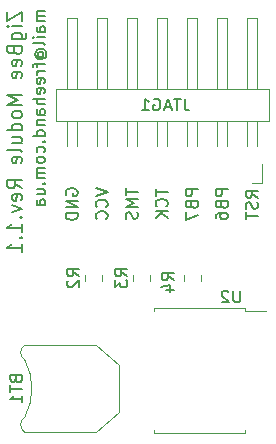
<source format=gbr>
%TF.GenerationSoftware,KiCad,Pcbnew,(5.1.6)-1*%
%TF.CreationDate,2020-11-02T21:17:58+02:00*%
%TF.ProjectId,zigbee-raspberry-module,7a696762-6565-42d7-9261-737062657272,rev?*%
%TF.SameCoordinates,Original*%
%TF.FileFunction,Legend,Bot*%
%TF.FilePolarity,Positive*%
%FSLAX46Y46*%
G04 Gerber Fmt 4.6, Leading zero omitted, Abs format (unit mm)*
G04 Created by KiCad (PCBNEW (5.1.6)-1) date 2020-11-02 21:17:58*
%MOMM*%
%LPD*%
G01*
G04 APERTURE LIST*
%ADD10C,0.150000*%
%ADD11C,0.120000*%
G04 APERTURE END LIST*
D10*
X139644380Y-67477714D02*
X138977714Y-67477714D01*
X139072952Y-67477714D02*
X139025333Y-67525333D01*
X138977714Y-67620571D01*
X138977714Y-67763428D01*
X139025333Y-67858666D01*
X139120571Y-67906285D01*
X139644380Y-67906285D01*
X139120571Y-67906285D02*
X139025333Y-67953904D01*
X138977714Y-68049142D01*
X138977714Y-68192000D01*
X139025333Y-68287238D01*
X139120571Y-68334857D01*
X139644380Y-68334857D01*
X139644380Y-69239619D02*
X139120571Y-69239619D01*
X139025333Y-69192000D01*
X138977714Y-69096761D01*
X138977714Y-68906285D01*
X139025333Y-68811047D01*
X139596761Y-69239619D02*
X139644380Y-69144380D01*
X139644380Y-68906285D01*
X139596761Y-68811047D01*
X139501523Y-68763428D01*
X139406285Y-68763428D01*
X139311047Y-68811047D01*
X139263428Y-68906285D01*
X139263428Y-69144380D01*
X139215809Y-69239619D01*
X139644380Y-69715809D02*
X138977714Y-69715809D01*
X138644380Y-69715809D02*
X138692000Y-69668190D01*
X138739619Y-69715809D01*
X138692000Y-69763428D01*
X138644380Y-69715809D01*
X138739619Y-69715809D01*
X139644380Y-70334857D02*
X139596761Y-70239619D01*
X139501523Y-70192000D01*
X138644380Y-70192000D01*
X139168190Y-71334857D02*
X139120571Y-71287238D01*
X139072952Y-71192000D01*
X139072952Y-71096761D01*
X139120571Y-71001523D01*
X139168190Y-70953904D01*
X139263428Y-70906285D01*
X139358666Y-70906285D01*
X139453904Y-70953904D01*
X139501523Y-71001523D01*
X139549142Y-71096761D01*
X139549142Y-71192000D01*
X139501523Y-71287238D01*
X139453904Y-71334857D01*
X139072952Y-71334857D02*
X139453904Y-71334857D01*
X139501523Y-71382476D01*
X139501523Y-71430095D01*
X139453904Y-71525333D01*
X139358666Y-71572952D01*
X139120571Y-71572952D01*
X138977714Y-71477714D01*
X138882476Y-71334857D01*
X138834857Y-71144380D01*
X138882476Y-70953904D01*
X138977714Y-70811047D01*
X139120571Y-70715809D01*
X139311047Y-70668190D01*
X139501523Y-70715809D01*
X139644380Y-70811047D01*
X139739619Y-70953904D01*
X139787238Y-71144380D01*
X139739619Y-71334857D01*
X139644380Y-71477714D01*
X138977714Y-71858666D02*
X138977714Y-72239619D01*
X139644380Y-72001523D02*
X138787238Y-72001523D01*
X138692000Y-72049142D01*
X138644380Y-72144380D01*
X138644380Y-72239619D01*
X139644380Y-72572952D02*
X138977714Y-72572952D01*
X139168190Y-72572952D02*
X139072952Y-72620571D01*
X139025333Y-72668190D01*
X138977714Y-72763428D01*
X138977714Y-72858666D01*
X139596761Y-73572952D02*
X139644380Y-73477714D01*
X139644380Y-73287238D01*
X139596761Y-73192000D01*
X139501523Y-73144380D01*
X139120571Y-73144380D01*
X139025333Y-73192000D01*
X138977714Y-73287238D01*
X138977714Y-73477714D01*
X139025333Y-73572952D01*
X139120571Y-73620571D01*
X139215809Y-73620571D01*
X139311047Y-73144380D01*
X139596761Y-74430095D02*
X139644380Y-74334857D01*
X139644380Y-74144380D01*
X139596761Y-74049142D01*
X139501523Y-74001523D01*
X139120571Y-74001523D01*
X139025333Y-74049142D01*
X138977714Y-74144380D01*
X138977714Y-74334857D01*
X139025333Y-74430095D01*
X139120571Y-74477714D01*
X139215809Y-74477714D01*
X139311047Y-74001523D01*
X139644380Y-74906285D02*
X138644380Y-74906285D01*
X139644380Y-75334857D02*
X139120571Y-75334857D01*
X139025333Y-75287238D01*
X138977714Y-75192000D01*
X138977714Y-75049142D01*
X139025333Y-74953904D01*
X139072952Y-74906285D01*
X139644380Y-76239619D02*
X139120571Y-76239619D01*
X139025333Y-76192000D01*
X138977714Y-76096761D01*
X138977714Y-75906285D01*
X139025333Y-75811047D01*
X139596761Y-76239619D02*
X139644380Y-76144380D01*
X139644380Y-75906285D01*
X139596761Y-75811047D01*
X139501523Y-75763428D01*
X139406285Y-75763428D01*
X139311047Y-75811047D01*
X139263428Y-75906285D01*
X139263428Y-76144380D01*
X139215809Y-76239619D01*
X138977714Y-76715809D02*
X139644380Y-76715809D01*
X139072952Y-76715809D02*
X139025333Y-76763428D01*
X138977714Y-76858666D01*
X138977714Y-77001523D01*
X139025333Y-77096761D01*
X139120571Y-77144380D01*
X139644380Y-77144380D01*
X139644380Y-78049142D02*
X138644380Y-78049142D01*
X139596761Y-78049142D02*
X139644380Y-77953904D01*
X139644380Y-77763428D01*
X139596761Y-77668190D01*
X139549142Y-77620571D01*
X139453904Y-77572952D01*
X139168190Y-77572952D01*
X139072952Y-77620571D01*
X139025333Y-77668190D01*
X138977714Y-77763428D01*
X138977714Y-77953904D01*
X139025333Y-78049142D01*
X139549142Y-78525333D02*
X139596761Y-78572952D01*
X139644380Y-78525333D01*
X139596761Y-78477714D01*
X139549142Y-78525333D01*
X139644380Y-78525333D01*
X139596761Y-79430095D02*
X139644380Y-79334857D01*
X139644380Y-79144380D01*
X139596761Y-79049142D01*
X139549142Y-79001523D01*
X139453904Y-78953904D01*
X139168190Y-78953904D01*
X139072952Y-79001523D01*
X139025333Y-79049142D01*
X138977714Y-79144380D01*
X138977714Y-79334857D01*
X139025333Y-79430095D01*
X139644380Y-80001523D02*
X139596761Y-79906285D01*
X139549142Y-79858666D01*
X139453904Y-79811047D01*
X139168190Y-79811047D01*
X139072952Y-79858666D01*
X139025333Y-79906285D01*
X138977714Y-80001523D01*
X138977714Y-80144380D01*
X139025333Y-80239619D01*
X139072952Y-80287238D01*
X139168190Y-80334857D01*
X139453904Y-80334857D01*
X139549142Y-80287238D01*
X139596761Y-80239619D01*
X139644380Y-80144380D01*
X139644380Y-80001523D01*
X139644380Y-80763428D02*
X138977714Y-80763428D01*
X139072952Y-80763428D02*
X139025333Y-80811047D01*
X138977714Y-80906285D01*
X138977714Y-81049142D01*
X139025333Y-81144380D01*
X139120571Y-81192000D01*
X139644380Y-81192000D01*
X139120571Y-81192000D02*
X139025333Y-81239619D01*
X138977714Y-81334857D01*
X138977714Y-81477714D01*
X139025333Y-81572952D01*
X139120571Y-81620571D01*
X139644380Y-81620571D01*
X139549142Y-82096761D02*
X139596761Y-82144380D01*
X139644380Y-82096761D01*
X139596761Y-82049142D01*
X139549142Y-82096761D01*
X139644380Y-82096761D01*
X138977714Y-83001523D02*
X139644380Y-83001523D01*
X138977714Y-82572952D02*
X139501523Y-82572952D01*
X139596761Y-82620571D01*
X139644380Y-82715809D01*
X139644380Y-82858666D01*
X139596761Y-82953904D01*
X139549142Y-83001523D01*
X139644380Y-83906285D02*
X139120571Y-83906285D01*
X139025333Y-83858666D01*
X138977714Y-83763428D01*
X138977714Y-83572952D01*
X139025333Y-83477714D01*
X139596761Y-83906285D02*
X139644380Y-83811047D01*
X139644380Y-83572952D01*
X139596761Y-83477714D01*
X139501523Y-83430095D01*
X139406285Y-83430095D01*
X139311047Y-83477714D01*
X139263428Y-83572952D01*
X139263428Y-83811047D01*
X139215809Y-83906285D01*
X136502857Y-67524000D02*
X136502857Y-68324000D01*
X137702857Y-67524000D01*
X137702857Y-68324000D01*
X137702857Y-68781142D02*
X136902857Y-68781142D01*
X136502857Y-68781142D02*
X136560000Y-68724000D01*
X136617142Y-68781142D01*
X136560000Y-68838285D01*
X136502857Y-68781142D01*
X136617142Y-68781142D01*
X136902857Y-69866857D02*
X137874285Y-69866857D01*
X137988571Y-69809714D01*
X138045714Y-69752571D01*
X138102857Y-69638285D01*
X138102857Y-69466857D01*
X138045714Y-69352571D01*
X137645714Y-69866857D02*
X137702857Y-69752571D01*
X137702857Y-69524000D01*
X137645714Y-69409714D01*
X137588571Y-69352571D01*
X137474285Y-69295428D01*
X137131428Y-69295428D01*
X137017142Y-69352571D01*
X136960000Y-69409714D01*
X136902857Y-69524000D01*
X136902857Y-69752571D01*
X136960000Y-69866857D01*
X137074285Y-70838285D02*
X137131428Y-71009714D01*
X137188571Y-71066857D01*
X137302857Y-71124000D01*
X137474285Y-71124000D01*
X137588571Y-71066857D01*
X137645714Y-71009714D01*
X137702857Y-70895428D01*
X137702857Y-70438285D01*
X136502857Y-70438285D01*
X136502857Y-70838285D01*
X136560000Y-70952571D01*
X136617142Y-71009714D01*
X136731428Y-71066857D01*
X136845714Y-71066857D01*
X136960000Y-71009714D01*
X137017142Y-70952571D01*
X137074285Y-70838285D01*
X137074285Y-70438285D01*
X137645714Y-72095428D02*
X137702857Y-71981142D01*
X137702857Y-71752571D01*
X137645714Y-71638285D01*
X137531428Y-71581142D01*
X137074285Y-71581142D01*
X136960000Y-71638285D01*
X136902857Y-71752571D01*
X136902857Y-71981142D01*
X136960000Y-72095428D01*
X137074285Y-72152571D01*
X137188571Y-72152571D01*
X137302857Y-71581142D01*
X137645714Y-73124000D02*
X137702857Y-73009714D01*
X137702857Y-72781142D01*
X137645714Y-72666857D01*
X137531428Y-72609714D01*
X137074285Y-72609714D01*
X136960000Y-72666857D01*
X136902857Y-72781142D01*
X136902857Y-73009714D01*
X136960000Y-73124000D01*
X137074285Y-73181142D01*
X137188571Y-73181142D01*
X137302857Y-72609714D01*
X137702857Y-74609714D02*
X136502857Y-74609714D01*
X137360000Y-75009714D01*
X136502857Y-75409714D01*
X137702857Y-75409714D01*
X137702857Y-76152571D02*
X137645714Y-76038285D01*
X137588571Y-75981142D01*
X137474285Y-75924000D01*
X137131428Y-75924000D01*
X137017142Y-75981142D01*
X136960000Y-76038285D01*
X136902857Y-76152571D01*
X136902857Y-76324000D01*
X136960000Y-76438285D01*
X137017142Y-76495428D01*
X137131428Y-76552571D01*
X137474285Y-76552571D01*
X137588571Y-76495428D01*
X137645714Y-76438285D01*
X137702857Y-76324000D01*
X137702857Y-76152571D01*
X137702857Y-77581142D02*
X136502857Y-77581142D01*
X137645714Y-77581142D02*
X137702857Y-77466857D01*
X137702857Y-77238285D01*
X137645714Y-77124000D01*
X137588571Y-77066857D01*
X137474285Y-77009714D01*
X137131428Y-77009714D01*
X137017142Y-77066857D01*
X136960000Y-77124000D01*
X136902857Y-77238285D01*
X136902857Y-77466857D01*
X136960000Y-77581142D01*
X136902857Y-78666857D02*
X137702857Y-78666857D01*
X136902857Y-78152571D02*
X137531428Y-78152571D01*
X137645714Y-78209714D01*
X137702857Y-78324000D01*
X137702857Y-78495428D01*
X137645714Y-78609714D01*
X137588571Y-78666857D01*
X137702857Y-79409714D02*
X137645714Y-79295428D01*
X137531428Y-79238285D01*
X136502857Y-79238285D01*
X137645714Y-80324000D02*
X137702857Y-80209714D01*
X137702857Y-79981142D01*
X137645714Y-79866857D01*
X137531428Y-79809714D01*
X137074285Y-79809714D01*
X136960000Y-79866857D01*
X136902857Y-79981142D01*
X136902857Y-80209714D01*
X136960000Y-80324000D01*
X137074285Y-80381142D01*
X137188571Y-80381142D01*
X137302857Y-79809714D01*
X137702857Y-82495428D02*
X137131428Y-82095428D01*
X137702857Y-81809714D02*
X136502857Y-81809714D01*
X136502857Y-82266857D01*
X136560000Y-82381142D01*
X136617142Y-82438285D01*
X136731428Y-82495428D01*
X136902857Y-82495428D01*
X137017142Y-82438285D01*
X137074285Y-82381142D01*
X137131428Y-82266857D01*
X137131428Y-81809714D01*
X137645714Y-83466857D02*
X137702857Y-83352571D01*
X137702857Y-83124000D01*
X137645714Y-83009714D01*
X137531428Y-82952571D01*
X137074285Y-82952571D01*
X136960000Y-83009714D01*
X136902857Y-83124000D01*
X136902857Y-83352571D01*
X136960000Y-83466857D01*
X137074285Y-83524000D01*
X137188571Y-83524000D01*
X137302857Y-82952571D01*
X136902857Y-83924000D02*
X137702857Y-84209714D01*
X136902857Y-84495428D01*
X137588571Y-84952571D02*
X137645714Y-85009714D01*
X137702857Y-84952571D01*
X137645714Y-84895428D01*
X137588571Y-84952571D01*
X137702857Y-84952571D01*
X137702857Y-86152571D02*
X137702857Y-85466857D01*
X137702857Y-85809714D02*
X136502857Y-85809714D01*
X136674285Y-85695428D01*
X136788571Y-85581142D01*
X136845714Y-85466857D01*
X137588571Y-86666857D02*
X137645714Y-86724000D01*
X137702857Y-86666857D01*
X137645714Y-86609714D01*
X137588571Y-86666857D01*
X137702857Y-86666857D01*
X137702857Y-87866857D02*
X137702857Y-87181142D01*
X137702857Y-87524000D02*
X136502857Y-87524000D01*
X136674285Y-87409714D01*
X136788571Y-87295428D01*
X136845714Y-87181142D01*
X141486000Y-83058095D02*
X141438380Y-82962857D01*
X141438380Y-82820000D01*
X141486000Y-82677142D01*
X141581238Y-82581904D01*
X141676476Y-82534285D01*
X141866952Y-82486666D01*
X142009809Y-82486666D01*
X142200285Y-82534285D01*
X142295523Y-82581904D01*
X142390761Y-82677142D01*
X142438380Y-82820000D01*
X142438380Y-82915238D01*
X142390761Y-83058095D01*
X142343142Y-83105714D01*
X142009809Y-83105714D01*
X142009809Y-82915238D01*
X142438380Y-83534285D02*
X141438380Y-83534285D01*
X142438380Y-84105714D01*
X141438380Y-84105714D01*
X142438380Y-84581904D02*
X141438380Y-84581904D01*
X141438380Y-84820000D01*
X141486000Y-84962857D01*
X141581238Y-85058095D01*
X141676476Y-85105714D01*
X141866952Y-85153333D01*
X142009809Y-85153333D01*
X142200285Y-85105714D01*
X142295523Y-85058095D01*
X142390761Y-84962857D01*
X142438380Y-84820000D01*
X142438380Y-84581904D01*
X143978380Y-82486666D02*
X144978380Y-82820000D01*
X143978380Y-83153333D01*
X144883142Y-84058095D02*
X144930761Y-84010476D01*
X144978380Y-83867619D01*
X144978380Y-83772380D01*
X144930761Y-83629523D01*
X144835523Y-83534285D01*
X144740285Y-83486666D01*
X144549809Y-83439047D01*
X144406952Y-83439047D01*
X144216476Y-83486666D01*
X144121238Y-83534285D01*
X144026000Y-83629523D01*
X143978380Y-83772380D01*
X143978380Y-83867619D01*
X144026000Y-84010476D01*
X144073619Y-84058095D01*
X144883142Y-85058095D02*
X144930761Y-85010476D01*
X144978380Y-84867619D01*
X144978380Y-84772380D01*
X144930761Y-84629523D01*
X144835523Y-84534285D01*
X144740285Y-84486666D01*
X144549809Y-84439047D01*
X144406952Y-84439047D01*
X144216476Y-84486666D01*
X144121238Y-84534285D01*
X144026000Y-84629523D01*
X143978380Y-84772380D01*
X143978380Y-84867619D01*
X144026000Y-85010476D01*
X144073619Y-85058095D01*
X146518380Y-82486666D02*
X146518380Y-83058095D01*
X147518380Y-82772380D02*
X146518380Y-82772380D01*
X147518380Y-83391428D02*
X146518380Y-83391428D01*
X147232666Y-83724761D01*
X146518380Y-84058095D01*
X147518380Y-84058095D01*
X147470761Y-84486666D02*
X147518380Y-84629523D01*
X147518380Y-84867619D01*
X147470761Y-84962857D01*
X147423142Y-85010476D01*
X147327904Y-85058095D01*
X147232666Y-85058095D01*
X147137428Y-85010476D01*
X147089809Y-84962857D01*
X147042190Y-84867619D01*
X146994571Y-84677142D01*
X146946952Y-84581904D01*
X146899333Y-84534285D01*
X146804095Y-84486666D01*
X146708857Y-84486666D01*
X146613619Y-84534285D01*
X146566000Y-84581904D01*
X146518380Y-84677142D01*
X146518380Y-84915238D01*
X146566000Y-85058095D01*
X157678380Y-83272380D02*
X157202190Y-82939047D01*
X157678380Y-82700952D02*
X156678380Y-82700952D01*
X156678380Y-83081904D01*
X156726000Y-83177142D01*
X156773619Y-83224761D01*
X156868857Y-83272380D01*
X157011714Y-83272380D01*
X157106952Y-83224761D01*
X157154571Y-83177142D01*
X157202190Y-83081904D01*
X157202190Y-82700952D01*
X157630761Y-83653333D02*
X157678380Y-83796190D01*
X157678380Y-84034285D01*
X157630761Y-84129523D01*
X157583142Y-84177142D01*
X157487904Y-84224761D01*
X157392666Y-84224761D01*
X157297428Y-84177142D01*
X157249809Y-84129523D01*
X157202190Y-84034285D01*
X157154571Y-83843809D01*
X157106952Y-83748571D01*
X157059333Y-83700952D01*
X156964095Y-83653333D01*
X156868857Y-83653333D01*
X156773619Y-83700952D01*
X156726000Y-83748571D01*
X156678380Y-83843809D01*
X156678380Y-84081904D01*
X156726000Y-84224761D01*
X156678380Y-84510476D02*
X156678380Y-85081904D01*
X157678380Y-84796190D02*
X156678380Y-84796190D01*
X155138380Y-82581904D02*
X154138380Y-82581904D01*
X154138380Y-82962857D01*
X154186000Y-83058095D01*
X154233619Y-83105714D01*
X154328857Y-83153333D01*
X154471714Y-83153333D01*
X154566952Y-83105714D01*
X154614571Y-83058095D01*
X154662190Y-82962857D01*
X154662190Y-82581904D01*
X154614571Y-83915238D02*
X154662190Y-84058095D01*
X154709809Y-84105714D01*
X154805047Y-84153333D01*
X154947904Y-84153333D01*
X155043142Y-84105714D01*
X155090761Y-84058095D01*
X155138380Y-83962857D01*
X155138380Y-83581904D01*
X154138380Y-83581904D01*
X154138380Y-83915238D01*
X154186000Y-84010476D01*
X154233619Y-84058095D01*
X154328857Y-84105714D01*
X154424095Y-84105714D01*
X154519333Y-84058095D01*
X154566952Y-84010476D01*
X154614571Y-83915238D01*
X154614571Y-83581904D01*
X154138380Y-85010476D02*
X154138380Y-84820000D01*
X154186000Y-84724761D01*
X154233619Y-84677142D01*
X154376476Y-84581904D01*
X154566952Y-84534285D01*
X154947904Y-84534285D01*
X155043142Y-84581904D01*
X155090761Y-84629523D01*
X155138380Y-84724761D01*
X155138380Y-84915238D01*
X155090761Y-85010476D01*
X155043142Y-85058095D01*
X154947904Y-85105714D01*
X154709809Y-85105714D01*
X154614571Y-85058095D01*
X154566952Y-85010476D01*
X154519333Y-84915238D01*
X154519333Y-84724761D01*
X154566952Y-84629523D01*
X154614571Y-84581904D01*
X154709809Y-84534285D01*
X152598380Y-82581904D02*
X151598380Y-82581904D01*
X151598380Y-82962857D01*
X151646000Y-83058095D01*
X151693619Y-83105714D01*
X151788857Y-83153333D01*
X151931714Y-83153333D01*
X152026952Y-83105714D01*
X152074571Y-83058095D01*
X152122190Y-82962857D01*
X152122190Y-82581904D01*
X152074571Y-83915238D02*
X152122190Y-84058095D01*
X152169809Y-84105714D01*
X152265047Y-84153333D01*
X152407904Y-84153333D01*
X152503142Y-84105714D01*
X152550761Y-84058095D01*
X152598380Y-83962857D01*
X152598380Y-83581904D01*
X151598380Y-83581904D01*
X151598380Y-83915238D01*
X151646000Y-84010476D01*
X151693619Y-84058095D01*
X151788857Y-84105714D01*
X151884095Y-84105714D01*
X151979333Y-84058095D01*
X152026952Y-84010476D01*
X152074571Y-83915238D01*
X152074571Y-83581904D01*
X151598380Y-84486666D02*
X151598380Y-85153333D01*
X152598380Y-84724761D01*
X149058380Y-82534285D02*
X149058380Y-83105714D01*
X150058380Y-82820000D02*
X149058380Y-82820000D01*
X149963142Y-84010476D02*
X150010761Y-83962857D01*
X150058380Y-83820000D01*
X150058380Y-83724761D01*
X150010761Y-83581904D01*
X149915523Y-83486666D01*
X149820285Y-83439047D01*
X149629809Y-83391428D01*
X149486952Y-83391428D01*
X149296476Y-83439047D01*
X149201238Y-83486666D01*
X149106000Y-83581904D01*
X149058380Y-83724761D01*
X149058380Y-83820000D01*
X149106000Y-83962857D01*
X149153619Y-84010476D01*
X150058380Y-84439047D02*
X149058380Y-84439047D01*
X150058380Y-85010476D02*
X149486952Y-84581904D01*
X149058380Y-85010476D02*
X149629809Y-84439047D01*
D11*
%TO.C,BT1*%
X145978000Y-97440000D02*
X143978000Y-95740000D01*
X145978000Y-101440000D02*
X143978000Y-103140000D01*
X145978000Y-97440000D02*
X145978000Y-101440000D01*
X137978000Y-103140000D02*
X143978000Y-103140000D01*
X137978000Y-95740000D02*
X143978000Y-95740000D01*
X137982585Y-101831383D02*
G75*
G03*
X137978000Y-97040000I-4504585J2391383D01*
G01*
X137984028Y-101832627D02*
G75*
G03*
X137978000Y-103143723I393972J-657373D01*
G01*
X137987327Y-95734352D02*
G75*
G03*
X137978000Y-97040000I390673J-655648D01*
G01*
%TO.C,U2*%
X152732000Y-103177000D02*
X148872000Y-103177000D01*
X148872000Y-103177000D02*
X148872000Y-102922000D01*
X152732000Y-103177000D02*
X156592000Y-103177000D01*
X156592000Y-103177000D02*
X156592000Y-102922000D01*
X152732000Y-92657000D02*
X148872000Y-92657000D01*
X148872000Y-92657000D02*
X148872000Y-92912000D01*
X152732000Y-92657000D02*
X156592000Y-92657000D01*
X156592000Y-92657000D02*
X156592000Y-92912000D01*
X156592000Y-92912000D02*
X158407000Y-92912000D01*
%TO.C,R4*%
X151436000Y-89832922D02*
X151436000Y-90350078D01*
X152856000Y-89832922D02*
X152856000Y-90350078D01*
%TO.C,R3*%
X147118000Y-89832922D02*
X147118000Y-90350078D01*
X148538000Y-89832922D02*
X148538000Y-90350078D01*
%TO.C,R2*%
X143054000Y-89832922D02*
X143054000Y-90350078D01*
X144474000Y-89832922D02*
X144474000Y-90350078D01*
%TO.C,JTAG1*%
X158616000Y-76775000D02*
X158616000Y-74035000D01*
X158616000Y-74035000D02*
X140596000Y-74035000D01*
X140596000Y-74035000D02*
X140596000Y-76775000D01*
X140596000Y-76775000D02*
X158616000Y-76775000D01*
X157666000Y-78885000D02*
X157666000Y-76775000D01*
X156786000Y-78885000D02*
X156786000Y-76775000D01*
X157666000Y-74035000D02*
X157666000Y-68035000D01*
X157666000Y-68035000D02*
X156786000Y-68035000D01*
X156786000Y-68035000D02*
X156786000Y-74035000D01*
X155126000Y-78885000D02*
X155126000Y-76775000D01*
X154246000Y-78885000D02*
X154246000Y-76775000D01*
X155126000Y-74035000D02*
X155126000Y-68035000D01*
X155126000Y-68035000D02*
X154246000Y-68035000D01*
X154246000Y-68035000D02*
X154246000Y-74035000D01*
X152586000Y-78885000D02*
X152586000Y-76775000D01*
X151706000Y-78885000D02*
X151706000Y-76775000D01*
X152586000Y-74035000D02*
X152586000Y-68035000D01*
X152586000Y-68035000D02*
X151706000Y-68035000D01*
X151706000Y-68035000D02*
X151706000Y-74035000D01*
X150046000Y-78885000D02*
X150046000Y-76775000D01*
X149166000Y-78885000D02*
X149166000Y-76775000D01*
X150046000Y-74035000D02*
X150046000Y-68035000D01*
X150046000Y-68035000D02*
X149166000Y-68035000D01*
X149166000Y-68035000D02*
X149166000Y-74035000D01*
X147506000Y-78885000D02*
X147506000Y-76775000D01*
X146626000Y-78885000D02*
X146626000Y-76775000D01*
X147506000Y-74035000D02*
X147506000Y-68035000D01*
X147506000Y-68035000D02*
X146626000Y-68035000D01*
X146626000Y-68035000D02*
X146626000Y-74035000D01*
X144966000Y-78885000D02*
X144966000Y-76775000D01*
X144086000Y-78885000D02*
X144086000Y-76775000D01*
X144966000Y-74035000D02*
X144966000Y-68035000D01*
X144966000Y-68035000D02*
X144086000Y-68035000D01*
X144086000Y-68035000D02*
X144086000Y-74035000D01*
X142426000Y-78885000D02*
X142426000Y-76775000D01*
X141546000Y-78885000D02*
X141546000Y-76775000D01*
X142426000Y-74035000D02*
X142426000Y-68035000D01*
X142426000Y-68035000D02*
X141546000Y-68035000D01*
X141546000Y-68035000D02*
X141546000Y-74035000D01*
X157226000Y-82025000D02*
X158046000Y-82025000D01*
X158046000Y-82025000D02*
X158046000Y-80455000D01*
%TO.C,BT1*%
D10*
X137206571Y-98654285D02*
X137254190Y-98797142D01*
X137301809Y-98844761D01*
X137397047Y-98892380D01*
X137539904Y-98892380D01*
X137635142Y-98844761D01*
X137682761Y-98797142D01*
X137730380Y-98701904D01*
X137730380Y-98320952D01*
X136730380Y-98320952D01*
X136730380Y-98654285D01*
X136778000Y-98749523D01*
X136825619Y-98797142D01*
X136920857Y-98844761D01*
X137016095Y-98844761D01*
X137111333Y-98797142D01*
X137158952Y-98749523D01*
X137206571Y-98654285D01*
X137206571Y-98320952D01*
X136730380Y-99178095D02*
X136730380Y-99749523D01*
X137730380Y-99463809D02*
X136730380Y-99463809D01*
X137730380Y-100606666D02*
X137730380Y-100035238D01*
X137730380Y-100320952D02*
X136730380Y-100320952D01*
X136873238Y-100225714D01*
X136968476Y-100130476D01*
X137016095Y-100035238D01*
%TO.C,U2*%
X156209904Y-91146380D02*
X156209904Y-91955904D01*
X156162285Y-92051142D01*
X156114666Y-92098761D01*
X156019428Y-92146380D01*
X155828952Y-92146380D01*
X155733714Y-92098761D01*
X155686095Y-92051142D01*
X155638476Y-91955904D01*
X155638476Y-91146380D01*
X155209904Y-91241619D02*
X155162285Y-91194000D01*
X155067047Y-91146380D01*
X154828952Y-91146380D01*
X154733714Y-91194000D01*
X154686095Y-91241619D01*
X154638476Y-91336857D01*
X154638476Y-91432095D01*
X154686095Y-91574952D01*
X155257523Y-92146380D01*
X154638476Y-92146380D01*
%TO.C,R4*%
X150566380Y-90257333D02*
X150090190Y-89924000D01*
X150566380Y-89685904D02*
X149566380Y-89685904D01*
X149566380Y-90066857D01*
X149614000Y-90162095D01*
X149661619Y-90209714D01*
X149756857Y-90257333D01*
X149899714Y-90257333D01*
X149994952Y-90209714D01*
X150042571Y-90162095D01*
X150090190Y-90066857D01*
X150090190Y-89685904D01*
X149899714Y-91114476D02*
X150566380Y-91114476D01*
X149518761Y-90876380D02*
X150233047Y-90638285D01*
X150233047Y-91257333D01*
%TO.C,R3*%
X146630380Y-89924833D02*
X146154190Y-89591500D01*
X146630380Y-89353404D02*
X145630380Y-89353404D01*
X145630380Y-89734357D01*
X145678000Y-89829595D01*
X145725619Y-89877214D01*
X145820857Y-89924833D01*
X145963714Y-89924833D01*
X146058952Y-89877214D01*
X146106571Y-89829595D01*
X146154190Y-89734357D01*
X146154190Y-89353404D01*
X145630380Y-90258166D02*
X145630380Y-90877214D01*
X146011333Y-90543880D01*
X146011333Y-90686738D01*
X146058952Y-90781976D01*
X146106571Y-90829595D01*
X146201809Y-90877214D01*
X146439904Y-90877214D01*
X146535142Y-90829595D01*
X146582761Y-90781976D01*
X146630380Y-90686738D01*
X146630380Y-90401023D01*
X146582761Y-90305785D01*
X146535142Y-90258166D01*
%TO.C,R2*%
X142566380Y-89924833D02*
X142090190Y-89591500D01*
X142566380Y-89353404D02*
X141566380Y-89353404D01*
X141566380Y-89734357D01*
X141614000Y-89829595D01*
X141661619Y-89877214D01*
X141756857Y-89924833D01*
X141899714Y-89924833D01*
X141994952Y-89877214D01*
X142042571Y-89829595D01*
X142090190Y-89734357D01*
X142090190Y-89353404D01*
X141661619Y-90305785D02*
X141614000Y-90353404D01*
X141566380Y-90448642D01*
X141566380Y-90686738D01*
X141614000Y-90781976D01*
X141661619Y-90829595D01*
X141756857Y-90877214D01*
X141852095Y-90877214D01*
X141994952Y-90829595D01*
X142566380Y-90258166D01*
X142566380Y-90877214D01*
%TO.C,JTAG1*%
X151502857Y-74890380D02*
X151502857Y-75604666D01*
X151550476Y-75747523D01*
X151645714Y-75842761D01*
X151788571Y-75890380D01*
X151883809Y-75890380D01*
X151169523Y-74890380D02*
X150598095Y-74890380D01*
X150883809Y-75890380D02*
X150883809Y-74890380D01*
X150312380Y-75604666D02*
X149836190Y-75604666D01*
X150407619Y-75890380D02*
X150074285Y-74890380D01*
X149740952Y-75890380D01*
X148883809Y-74938000D02*
X148979047Y-74890380D01*
X149121904Y-74890380D01*
X149264761Y-74938000D01*
X149360000Y-75033238D01*
X149407619Y-75128476D01*
X149455238Y-75318952D01*
X149455238Y-75461809D01*
X149407619Y-75652285D01*
X149360000Y-75747523D01*
X149264761Y-75842761D01*
X149121904Y-75890380D01*
X149026666Y-75890380D01*
X148883809Y-75842761D01*
X148836190Y-75795142D01*
X148836190Y-75461809D01*
X149026666Y-75461809D01*
X147883809Y-75890380D02*
X148455238Y-75890380D01*
X148169523Y-75890380D02*
X148169523Y-74890380D01*
X148264761Y-75033238D01*
X148360000Y-75128476D01*
X148455238Y-75176095D01*
%TD*%
M02*

</source>
